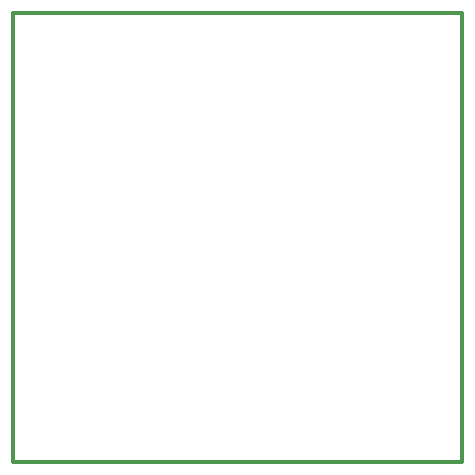
<source format=gm1>
G04 #@! TF.GenerationSoftware,KiCad,Pcbnew,5.0.2-5.0.2*
G04 #@! TF.CreationDate,2019-03-07T18:12:43+01:00*
G04 #@! TF.ProjectId,battery-manager,62617474-6572-4792-9d6d-616e61676572,rev?*
G04 #@! TF.SameCoordinates,PX7270e00PY5f5e100*
G04 #@! TF.FileFunction,Profile,NP*
%FSLAX46Y46*%
G04 Gerber Fmt 4.6, Leading zero omitted, Abs format (unit mm)*
G04 Created by KiCad (PCBNEW 5.0.2-5.0.2) date Do 07 Mär 2019 18:12:43 CET*
%MOMM*%
%LPD*%
G01*
G04 APERTURE LIST*
%ADD10C,0.300000*%
G04 APERTURE END LIST*
D10*
X0Y38000000D02*
X0Y0D01*
X38000000Y38000000D02*
X0Y38000000D01*
X38000000Y0D02*
X38000000Y38000000D01*
X0Y0D02*
X38000000Y0D01*
M02*

</source>
